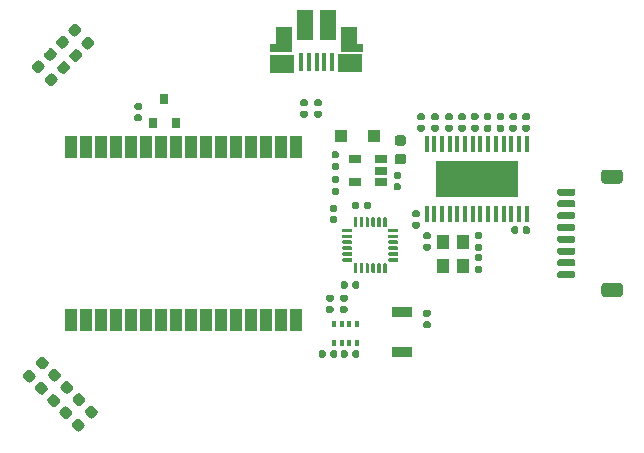
<source format=gtp>
%TF.GenerationSoftware,KiCad,Pcbnew,(5.1.6-0-10_14)*%
%TF.CreationDate,2021-11-15T11:18:40-05:00*%
%TF.ProjectId,Autodrone,4175746f-6472-46f6-9e65-2e6b69636164,rev?*%
%TF.SameCoordinates,Original*%
%TF.FileFunction,Paste,Top*%
%TF.FilePolarity,Positive*%
%FSLAX46Y46*%
G04 Gerber Fmt 4.6, Leading zero omitted, Abs format (unit mm)*
G04 Created by KiCad (PCBNEW (5.1.6-0-10_14)) date 2021-11-15 11:18:40*
%MOMM*%
%LPD*%
G01*
G04 APERTURE LIST*
%ADD10C,0.152400*%
%ADD11R,1.060000X0.650000*%
%ADD12R,1.100000X1.100000*%
%ADD13R,0.350000X0.500000*%
%ADD14R,1.070100X1.899920*%
%ADD15R,1.430000X2.500000*%
%ADD16R,0.400000X1.650000*%
%ADD17R,2.000000X1.500000*%
%ADD18R,1.825000X0.700000*%
%ADD19R,1.350000X2.000000*%
%ADD20R,6.908800X3.098800*%
%ADD21R,0.355600X1.358900*%
%ADD22R,1.100000X1.300000*%
%ADD23R,1.700000X0.900000*%
%ADD24R,0.800000X0.900000*%
G04 APERTURE END LIST*
D10*
%TO.C,U9*%
X111382640Y-85540600D02*
X111382640Y-86890000D01*
X112564400Y-85540600D02*
X111382640Y-85540600D01*
X112564400Y-86890000D02*
X112564400Y-85540600D01*
X111382640Y-86890000D02*
X112564400Y-86890000D01*
X110000880Y-85540600D02*
X110000880Y-86890000D01*
X111182640Y-85540600D02*
X110000880Y-85540600D01*
X111182640Y-86890000D02*
X111182640Y-85540600D01*
X110000880Y-86890000D02*
X111182640Y-86890000D01*
X108619120Y-85540600D02*
X108619120Y-86890000D01*
X109800880Y-85540600D02*
X108619120Y-85540600D01*
X109800880Y-86890000D02*
X109800880Y-85540600D01*
X108619120Y-86890000D02*
X109800880Y-86890000D01*
X107237360Y-85540600D02*
X107237360Y-86890000D01*
X108419120Y-85540600D02*
X107237360Y-85540600D01*
X108419120Y-86890000D02*
X108419120Y-85540600D01*
X107237360Y-86890000D02*
X108419120Y-86890000D01*
X105855600Y-85540600D02*
X105855600Y-86890000D01*
X107037360Y-85540600D02*
X105855600Y-85540600D01*
X107037360Y-86890000D02*
X107037360Y-85540600D01*
X105855600Y-86890000D02*
X107037360Y-86890000D01*
X111382640Y-87090000D02*
X111382640Y-88439400D01*
X112564400Y-87090000D02*
X111382640Y-87090000D01*
X112564400Y-88439400D02*
X112564400Y-87090000D01*
X111382640Y-88439400D02*
X112564400Y-88439400D01*
X110000880Y-87090000D02*
X110000880Y-88439400D01*
X111182640Y-87090000D02*
X110000880Y-87090000D01*
X111182640Y-88439400D02*
X111182640Y-87090000D01*
X110000880Y-88439400D02*
X111182640Y-88439400D01*
X108619120Y-87090000D02*
X108619120Y-88439400D01*
X109800880Y-87090000D02*
X108619120Y-87090000D01*
X109800880Y-88439400D02*
X109800880Y-87090000D01*
X108619120Y-88439400D02*
X109800880Y-88439400D01*
X107237360Y-87090000D02*
X107237360Y-88439400D01*
X108419120Y-87090000D02*
X107237360Y-87090000D01*
X108419120Y-88439400D02*
X108419120Y-87090000D01*
X107237360Y-88439400D02*
X108419120Y-88439400D01*
X105855600Y-87090000D02*
X105855600Y-88439400D01*
X107037360Y-87090000D02*
X105855600Y-87090000D01*
X107037360Y-88439400D02*
X107037360Y-87090000D01*
X105855600Y-88439400D02*
X107037360Y-88439400D01*
%TD*%
D11*
%TO.C,U4*%
X98910000Y-87230000D03*
X98910000Y-85330000D03*
X101110000Y-85330000D03*
X101110000Y-86280000D03*
X101110000Y-87230000D03*
%TD*%
%TO.C,U5*%
G36*
G01*
X101375000Y-94125000D02*
X101525000Y-94125000D01*
G75*
G02*
X101600000Y-94200000I0J-75000D01*
G01*
X101600000Y-94900000D01*
G75*
G02*
X101525000Y-94975000I-75000J0D01*
G01*
X101375000Y-94975000D01*
G75*
G02*
X101300000Y-94900000I0J75000D01*
G01*
X101300000Y-94200000D01*
G75*
G02*
X101375000Y-94125000I75000J0D01*
G01*
G37*
G36*
G01*
X100875000Y-94125000D02*
X101025000Y-94125000D01*
G75*
G02*
X101100000Y-94200000I0J-75000D01*
G01*
X101100000Y-94900000D01*
G75*
G02*
X101025000Y-94975000I-75000J0D01*
G01*
X100875000Y-94975000D01*
G75*
G02*
X100800000Y-94900000I0J75000D01*
G01*
X100800000Y-94200000D01*
G75*
G02*
X100875000Y-94125000I75000J0D01*
G01*
G37*
G36*
G01*
X100375000Y-94125000D02*
X100525000Y-94125000D01*
G75*
G02*
X100600000Y-94200000I0J-75000D01*
G01*
X100600000Y-94900000D01*
G75*
G02*
X100525000Y-94975000I-75000J0D01*
G01*
X100375000Y-94975000D01*
G75*
G02*
X100300000Y-94900000I0J75000D01*
G01*
X100300000Y-94200000D01*
G75*
G02*
X100375000Y-94125000I75000J0D01*
G01*
G37*
G36*
G01*
X99875000Y-94125000D02*
X100025000Y-94125000D01*
G75*
G02*
X100100000Y-94200000I0J-75000D01*
G01*
X100100000Y-94900000D01*
G75*
G02*
X100025000Y-94975000I-75000J0D01*
G01*
X99875000Y-94975000D01*
G75*
G02*
X99800000Y-94900000I0J75000D01*
G01*
X99800000Y-94200000D01*
G75*
G02*
X99875000Y-94125000I75000J0D01*
G01*
G37*
G36*
G01*
X99375000Y-94125000D02*
X99525000Y-94125000D01*
G75*
G02*
X99600000Y-94200000I0J-75000D01*
G01*
X99600000Y-94900000D01*
G75*
G02*
X99525000Y-94975000I-75000J0D01*
G01*
X99375000Y-94975000D01*
G75*
G02*
X99300000Y-94900000I0J75000D01*
G01*
X99300000Y-94200000D01*
G75*
G02*
X99375000Y-94125000I75000J0D01*
G01*
G37*
G36*
G01*
X98875000Y-94125000D02*
X99025000Y-94125000D01*
G75*
G02*
X99100000Y-94200000I0J-75000D01*
G01*
X99100000Y-94900000D01*
G75*
G02*
X99025000Y-94975000I-75000J0D01*
G01*
X98875000Y-94975000D01*
G75*
G02*
X98800000Y-94900000I0J75000D01*
G01*
X98800000Y-94200000D01*
G75*
G02*
X98875000Y-94125000I75000J0D01*
G01*
G37*
G36*
G01*
X98675000Y-93775000D02*
X98675000Y-93925000D01*
G75*
G02*
X98600000Y-94000000I-75000J0D01*
G01*
X97900000Y-94000000D01*
G75*
G02*
X97825000Y-93925000I0J75000D01*
G01*
X97825000Y-93775000D01*
G75*
G02*
X97900000Y-93700000I75000J0D01*
G01*
X98600000Y-93700000D01*
G75*
G02*
X98675000Y-93775000I0J-75000D01*
G01*
G37*
G36*
G01*
X98675000Y-93275000D02*
X98675000Y-93425000D01*
G75*
G02*
X98600000Y-93500000I-75000J0D01*
G01*
X97900000Y-93500000D01*
G75*
G02*
X97825000Y-93425000I0J75000D01*
G01*
X97825000Y-93275000D01*
G75*
G02*
X97900000Y-93200000I75000J0D01*
G01*
X98600000Y-93200000D01*
G75*
G02*
X98675000Y-93275000I0J-75000D01*
G01*
G37*
G36*
G01*
X98675000Y-92775000D02*
X98675000Y-92925000D01*
G75*
G02*
X98600000Y-93000000I-75000J0D01*
G01*
X97900000Y-93000000D01*
G75*
G02*
X97825000Y-92925000I0J75000D01*
G01*
X97825000Y-92775000D01*
G75*
G02*
X97900000Y-92700000I75000J0D01*
G01*
X98600000Y-92700000D01*
G75*
G02*
X98675000Y-92775000I0J-75000D01*
G01*
G37*
G36*
G01*
X98675000Y-92275000D02*
X98675000Y-92425000D01*
G75*
G02*
X98600000Y-92500000I-75000J0D01*
G01*
X97900000Y-92500000D01*
G75*
G02*
X97825000Y-92425000I0J75000D01*
G01*
X97825000Y-92275000D01*
G75*
G02*
X97900000Y-92200000I75000J0D01*
G01*
X98600000Y-92200000D01*
G75*
G02*
X98675000Y-92275000I0J-75000D01*
G01*
G37*
G36*
G01*
X98675000Y-91775000D02*
X98675000Y-91925000D01*
G75*
G02*
X98600000Y-92000000I-75000J0D01*
G01*
X97900000Y-92000000D01*
G75*
G02*
X97825000Y-91925000I0J75000D01*
G01*
X97825000Y-91775000D01*
G75*
G02*
X97900000Y-91700000I75000J0D01*
G01*
X98600000Y-91700000D01*
G75*
G02*
X98675000Y-91775000I0J-75000D01*
G01*
G37*
G36*
G01*
X98675000Y-91275000D02*
X98675000Y-91425000D01*
G75*
G02*
X98600000Y-91500000I-75000J0D01*
G01*
X97900000Y-91500000D01*
G75*
G02*
X97825000Y-91425000I0J75000D01*
G01*
X97825000Y-91275000D01*
G75*
G02*
X97900000Y-91200000I75000J0D01*
G01*
X98600000Y-91200000D01*
G75*
G02*
X98675000Y-91275000I0J-75000D01*
G01*
G37*
G36*
G01*
X98875000Y-90225000D02*
X99025000Y-90225000D01*
G75*
G02*
X99100000Y-90300000I0J-75000D01*
G01*
X99100000Y-91000000D01*
G75*
G02*
X99025000Y-91075000I-75000J0D01*
G01*
X98875000Y-91075000D01*
G75*
G02*
X98800000Y-91000000I0J75000D01*
G01*
X98800000Y-90300000D01*
G75*
G02*
X98875000Y-90225000I75000J0D01*
G01*
G37*
G36*
G01*
X99375000Y-90225000D02*
X99525000Y-90225000D01*
G75*
G02*
X99600000Y-90300000I0J-75000D01*
G01*
X99600000Y-91000000D01*
G75*
G02*
X99525000Y-91075000I-75000J0D01*
G01*
X99375000Y-91075000D01*
G75*
G02*
X99300000Y-91000000I0J75000D01*
G01*
X99300000Y-90300000D01*
G75*
G02*
X99375000Y-90225000I75000J0D01*
G01*
G37*
G36*
G01*
X99875000Y-90225000D02*
X100025000Y-90225000D01*
G75*
G02*
X100100000Y-90300000I0J-75000D01*
G01*
X100100000Y-91000000D01*
G75*
G02*
X100025000Y-91075000I-75000J0D01*
G01*
X99875000Y-91075000D01*
G75*
G02*
X99800000Y-91000000I0J75000D01*
G01*
X99800000Y-90300000D01*
G75*
G02*
X99875000Y-90225000I75000J0D01*
G01*
G37*
G36*
G01*
X100375000Y-90225000D02*
X100525000Y-90225000D01*
G75*
G02*
X100600000Y-90300000I0J-75000D01*
G01*
X100600000Y-91000000D01*
G75*
G02*
X100525000Y-91075000I-75000J0D01*
G01*
X100375000Y-91075000D01*
G75*
G02*
X100300000Y-91000000I0J75000D01*
G01*
X100300000Y-90300000D01*
G75*
G02*
X100375000Y-90225000I75000J0D01*
G01*
G37*
G36*
G01*
X100875000Y-90225000D02*
X101025000Y-90225000D01*
G75*
G02*
X101100000Y-90300000I0J-75000D01*
G01*
X101100000Y-91000000D01*
G75*
G02*
X101025000Y-91075000I-75000J0D01*
G01*
X100875000Y-91075000D01*
G75*
G02*
X100800000Y-91000000I0J75000D01*
G01*
X100800000Y-90300000D01*
G75*
G02*
X100875000Y-90225000I75000J0D01*
G01*
G37*
G36*
G01*
X101375000Y-90225000D02*
X101525000Y-90225000D01*
G75*
G02*
X101600000Y-90300000I0J-75000D01*
G01*
X101600000Y-91000000D01*
G75*
G02*
X101525000Y-91075000I-75000J0D01*
G01*
X101375000Y-91075000D01*
G75*
G02*
X101300000Y-91000000I0J75000D01*
G01*
X101300000Y-90300000D01*
G75*
G02*
X101375000Y-90225000I75000J0D01*
G01*
G37*
G36*
G01*
X102575000Y-91275000D02*
X102575000Y-91425000D01*
G75*
G02*
X102500000Y-91500000I-75000J0D01*
G01*
X101800000Y-91500000D01*
G75*
G02*
X101725000Y-91425000I0J75000D01*
G01*
X101725000Y-91275000D01*
G75*
G02*
X101800000Y-91200000I75000J0D01*
G01*
X102500000Y-91200000D01*
G75*
G02*
X102575000Y-91275000I0J-75000D01*
G01*
G37*
G36*
G01*
X102575000Y-91775000D02*
X102575000Y-91925000D01*
G75*
G02*
X102500000Y-92000000I-75000J0D01*
G01*
X101800000Y-92000000D01*
G75*
G02*
X101725000Y-91925000I0J75000D01*
G01*
X101725000Y-91775000D01*
G75*
G02*
X101800000Y-91700000I75000J0D01*
G01*
X102500000Y-91700000D01*
G75*
G02*
X102575000Y-91775000I0J-75000D01*
G01*
G37*
G36*
G01*
X102575000Y-92275000D02*
X102575000Y-92425000D01*
G75*
G02*
X102500000Y-92500000I-75000J0D01*
G01*
X101800000Y-92500000D01*
G75*
G02*
X101725000Y-92425000I0J75000D01*
G01*
X101725000Y-92275000D01*
G75*
G02*
X101800000Y-92200000I75000J0D01*
G01*
X102500000Y-92200000D01*
G75*
G02*
X102575000Y-92275000I0J-75000D01*
G01*
G37*
G36*
G01*
X102575000Y-92775000D02*
X102575000Y-92925000D01*
G75*
G02*
X102500000Y-93000000I-75000J0D01*
G01*
X101800000Y-93000000D01*
G75*
G02*
X101725000Y-92925000I0J75000D01*
G01*
X101725000Y-92775000D01*
G75*
G02*
X101800000Y-92700000I75000J0D01*
G01*
X102500000Y-92700000D01*
G75*
G02*
X102575000Y-92775000I0J-75000D01*
G01*
G37*
G36*
G01*
X102575000Y-93275000D02*
X102575000Y-93425000D01*
G75*
G02*
X102500000Y-93500000I-75000J0D01*
G01*
X101800000Y-93500000D01*
G75*
G02*
X101725000Y-93425000I0J75000D01*
G01*
X101725000Y-93275000D01*
G75*
G02*
X101800000Y-93200000I75000J0D01*
G01*
X102500000Y-93200000D01*
G75*
G02*
X102575000Y-93275000I0J-75000D01*
G01*
G37*
G36*
G01*
X102575000Y-93775000D02*
X102575000Y-93925000D01*
G75*
G02*
X102500000Y-94000000I-75000J0D01*
G01*
X101800000Y-94000000D01*
G75*
G02*
X101725000Y-93925000I0J75000D01*
G01*
X101725000Y-93775000D01*
G75*
G02*
X101800000Y-93700000I75000J0D01*
G01*
X102500000Y-93700000D01*
G75*
G02*
X102575000Y-93775000I0J-75000D01*
G01*
G37*
%TD*%
%TO.C,C19*%
G36*
G01*
X98285000Y-95800000D02*
X98285000Y-96140000D01*
G75*
G02*
X98140000Y-96285000I-145000J0D01*
G01*
X97850000Y-96285000D01*
G75*
G02*
X97705000Y-96140000I0J145000D01*
G01*
X97705000Y-95800000D01*
G75*
G02*
X97850000Y-95655000I145000J0D01*
G01*
X98140000Y-95655000D01*
G75*
G02*
X98285000Y-95800000I0J-145000D01*
G01*
G37*
G36*
G01*
X99255000Y-95800000D02*
X99255000Y-96140000D01*
G75*
G02*
X99110000Y-96285000I-145000J0D01*
G01*
X98820000Y-96285000D01*
G75*
G02*
X98675000Y-96140000I0J145000D01*
G01*
X98675000Y-95800000D01*
G75*
G02*
X98820000Y-95655000I145000J0D01*
G01*
X99110000Y-95655000D01*
G75*
G02*
X99255000Y-95800000I0J-145000D01*
G01*
G37*
%TD*%
%TO.C,C18*%
G36*
G01*
X97250000Y-89755000D02*
X96910000Y-89755000D01*
G75*
G02*
X96765000Y-89610000I0J145000D01*
G01*
X96765000Y-89320000D01*
G75*
G02*
X96910000Y-89175000I145000J0D01*
G01*
X97250000Y-89175000D01*
G75*
G02*
X97395000Y-89320000I0J-145000D01*
G01*
X97395000Y-89610000D01*
G75*
G02*
X97250000Y-89755000I-145000J0D01*
G01*
G37*
G36*
G01*
X97250000Y-90725000D02*
X96910000Y-90725000D01*
G75*
G02*
X96765000Y-90580000I0J145000D01*
G01*
X96765000Y-90290000D01*
G75*
G02*
X96910000Y-90145000I145000J0D01*
G01*
X97250000Y-90145000D01*
G75*
G02*
X97395000Y-90290000I0J-145000D01*
G01*
X97395000Y-90580000D01*
G75*
G02*
X97250000Y-90725000I-145000J0D01*
G01*
G37*
%TD*%
D12*
%TO.C,D4*%
X97710000Y-83390000D03*
X100510000Y-83390000D03*
%TD*%
%TO.C,J5*%
G36*
G01*
X121325400Y-87400000D02*
X120024600Y-87400000D01*
G75*
G02*
X119775000Y-87150400I0J249600D01*
G01*
X119775000Y-86449600D01*
G75*
G02*
X120024600Y-86200000I249600J0D01*
G01*
X121325400Y-86200000D01*
G75*
G02*
X121575000Y-86449600I0J-249600D01*
G01*
X121575000Y-87150400D01*
G75*
G02*
X121325400Y-87400000I-249600J0D01*
G01*
G37*
G36*
G01*
X121325400Y-97000000D02*
X120024600Y-97000000D01*
G75*
G02*
X119775000Y-96750400I0J249600D01*
G01*
X119775000Y-96049600D01*
G75*
G02*
X120024600Y-95800000I249600J0D01*
G01*
X121325400Y-95800000D01*
G75*
G02*
X121575000Y-96049600I0J-249600D01*
G01*
X121575000Y-96750400D01*
G75*
G02*
X121325400Y-97000000I-249600J0D01*
G01*
G37*
G36*
G01*
X117425000Y-88400000D02*
X116175000Y-88400000D01*
G75*
G02*
X116025000Y-88250000I0J150000D01*
G01*
X116025000Y-87950000D01*
G75*
G02*
X116175000Y-87800000I150000J0D01*
G01*
X117425000Y-87800000D01*
G75*
G02*
X117575000Y-87950000I0J-150000D01*
G01*
X117575000Y-88250000D01*
G75*
G02*
X117425000Y-88400000I-150000J0D01*
G01*
G37*
G36*
G01*
X117425000Y-89400000D02*
X116175000Y-89400000D01*
G75*
G02*
X116025000Y-89250000I0J150000D01*
G01*
X116025000Y-88950000D01*
G75*
G02*
X116175000Y-88800000I150000J0D01*
G01*
X117425000Y-88800000D01*
G75*
G02*
X117575000Y-88950000I0J-150000D01*
G01*
X117575000Y-89250000D01*
G75*
G02*
X117425000Y-89400000I-150000J0D01*
G01*
G37*
G36*
G01*
X117425000Y-90400000D02*
X116175000Y-90400000D01*
G75*
G02*
X116025000Y-90250000I0J150000D01*
G01*
X116025000Y-89950000D01*
G75*
G02*
X116175000Y-89800000I150000J0D01*
G01*
X117425000Y-89800000D01*
G75*
G02*
X117575000Y-89950000I0J-150000D01*
G01*
X117575000Y-90250000D01*
G75*
G02*
X117425000Y-90400000I-150000J0D01*
G01*
G37*
G36*
G01*
X117425000Y-91400000D02*
X116175000Y-91400000D01*
G75*
G02*
X116025000Y-91250000I0J150000D01*
G01*
X116025000Y-90950000D01*
G75*
G02*
X116175000Y-90800000I150000J0D01*
G01*
X117425000Y-90800000D01*
G75*
G02*
X117575000Y-90950000I0J-150000D01*
G01*
X117575000Y-91250000D01*
G75*
G02*
X117425000Y-91400000I-150000J0D01*
G01*
G37*
G36*
G01*
X117425000Y-92400000D02*
X116175000Y-92400000D01*
G75*
G02*
X116025000Y-92250000I0J150000D01*
G01*
X116025000Y-91950000D01*
G75*
G02*
X116175000Y-91800000I150000J0D01*
G01*
X117425000Y-91800000D01*
G75*
G02*
X117575000Y-91950000I0J-150000D01*
G01*
X117575000Y-92250000D01*
G75*
G02*
X117425000Y-92400000I-150000J0D01*
G01*
G37*
G36*
G01*
X117425000Y-93400000D02*
X116175000Y-93400000D01*
G75*
G02*
X116025000Y-93250000I0J150000D01*
G01*
X116025000Y-92950000D01*
G75*
G02*
X116175000Y-92800000I150000J0D01*
G01*
X117425000Y-92800000D01*
G75*
G02*
X117575000Y-92950000I0J-150000D01*
G01*
X117575000Y-93250000D01*
G75*
G02*
X117425000Y-93400000I-150000J0D01*
G01*
G37*
G36*
G01*
X117425000Y-94400000D02*
X116175000Y-94400000D01*
G75*
G02*
X116025000Y-94250000I0J150000D01*
G01*
X116025000Y-93950000D01*
G75*
G02*
X116175000Y-93800000I150000J0D01*
G01*
X117425000Y-93800000D01*
G75*
G02*
X117575000Y-93950000I0J-150000D01*
G01*
X117575000Y-94250000D01*
G75*
G02*
X117425000Y-94400000I-150000J0D01*
G01*
G37*
G36*
G01*
X117425000Y-95400000D02*
X116175000Y-95400000D01*
G75*
G02*
X116025000Y-95250000I0J150000D01*
G01*
X116025000Y-94950000D01*
G75*
G02*
X116175000Y-94800000I150000J0D01*
G01*
X117425000Y-94800000D01*
G75*
G02*
X117575000Y-94950000I0J-150000D01*
G01*
X117575000Y-95250000D01*
G75*
G02*
X117425000Y-95400000I-150000J0D01*
G01*
G37*
%TD*%
D13*
%TO.C,U6*%
X97125000Y-100840000D03*
X97775000Y-99240000D03*
X98425000Y-99240000D03*
X99075000Y-99240000D03*
X97775000Y-100840000D03*
X98425000Y-100840000D03*
X99075000Y-100840000D03*
X97125000Y-99240000D03*
%TD*%
%TO.C,FB2*%
G36*
G01*
X103006250Y-84170000D02*
X102493750Y-84170000D01*
G75*
G02*
X102275000Y-83951250I0J218750D01*
G01*
X102275000Y-83513750D01*
G75*
G02*
X102493750Y-83295000I218750J0D01*
G01*
X103006250Y-83295000D01*
G75*
G02*
X103225000Y-83513750I0J-218750D01*
G01*
X103225000Y-83951250D01*
G75*
G02*
X103006250Y-84170000I-218750J0D01*
G01*
G37*
G36*
G01*
X103006250Y-85745000D02*
X102493750Y-85745000D01*
G75*
G02*
X102275000Y-85526250I0J218750D01*
G01*
X102275000Y-85088750D01*
G75*
G02*
X102493750Y-84870000I218750J0D01*
G01*
X103006250Y-84870000D01*
G75*
G02*
X103225000Y-85088750I0J-218750D01*
G01*
X103225000Y-85526250D01*
G75*
G02*
X103006250Y-85745000I-218750J0D01*
G01*
G37*
%TD*%
%TO.C,D11*%
G36*
G01*
X72705180Y-78468009D02*
X73067572Y-78105616D01*
G75*
G02*
X73376932Y-78105616I154680J-154680D01*
G01*
X73686291Y-78414975D01*
G75*
G02*
X73686291Y-78724335I-154680J-154680D01*
G01*
X73323898Y-79086728D01*
G75*
G02*
X73014538Y-79086728I-154680J154680D01*
G01*
X72705179Y-78777369D01*
G75*
G02*
X72705179Y-78468009I154680J154680D01*
G01*
G37*
G36*
G01*
X71591486Y-77354315D02*
X71953878Y-76991922D01*
G75*
G02*
X72263238Y-76991922I154680J-154680D01*
G01*
X72572597Y-77301281D01*
G75*
G02*
X72572597Y-77610641I-154680J-154680D01*
G01*
X72210204Y-77973034D01*
G75*
G02*
X71900844Y-77973034I-154680J154680D01*
G01*
X71591485Y-77663675D01*
G75*
G02*
X71591485Y-77354315I154680J154680D01*
G01*
G37*
%TD*%
%TO.C,D9*%
G36*
G01*
X73737556Y-77435633D02*
X74099948Y-77073240D01*
G75*
G02*
X74409308Y-77073240I154680J-154680D01*
G01*
X74718667Y-77382599D01*
G75*
G02*
X74718667Y-77691959I-154680J-154680D01*
G01*
X74356274Y-78054352D01*
G75*
G02*
X74046914Y-78054352I-154680J154680D01*
G01*
X73737555Y-77744993D01*
G75*
G02*
X73737555Y-77435633I154680J154680D01*
G01*
G37*
G36*
G01*
X72623862Y-76321939D02*
X72986254Y-75959546D01*
G75*
G02*
X73295614Y-75959546I154680J-154680D01*
G01*
X73604973Y-76268905D01*
G75*
G02*
X73604973Y-76578265I-154680J-154680D01*
G01*
X73242580Y-76940658D01*
G75*
G02*
X72933220Y-76940658I-154680J154680D01*
G01*
X72623861Y-76631299D01*
G75*
G02*
X72623861Y-76321939I154680J154680D01*
G01*
G37*
%TD*%
%TO.C,D7*%
G36*
G01*
X74769932Y-76403257D02*
X75132324Y-76040864D01*
G75*
G02*
X75441684Y-76040864I154680J-154680D01*
G01*
X75751043Y-76350223D01*
G75*
G02*
X75751043Y-76659583I-154680J-154680D01*
G01*
X75388650Y-77021976D01*
G75*
G02*
X75079290Y-77021976I-154680J154680D01*
G01*
X74769931Y-76712617D01*
G75*
G02*
X74769931Y-76403257I154680J154680D01*
G01*
G37*
G36*
G01*
X73656238Y-75289563D02*
X74018630Y-74927170D01*
G75*
G02*
X74327990Y-74927170I154680J-154680D01*
G01*
X74637349Y-75236529D01*
G75*
G02*
X74637349Y-75545889I-154680J-154680D01*
G01*
X74274956Y-75908282D01*
G75*
G02*
X73965596Y-75908282I-154680J154680D01*
G01*
X73656237Y-75598923D01*
G75*
G02*
X73656237Y-75289563I154680J154680D01*
G01*
G37*
%TD*%
%TO.C,D5*%
G36*
G01*
X75802308Y-75370881D02*
X76164700Y-75008488D01*
G75*
G02*
X76474060Y-75008488I154680J-154680D01*
G01*
X76783419Y-75317847D01*
G75*
G02*
X76783419Y-75627207I-154680J-154680D01*
G01*
X76421026Y-75989600D01*
G75*
G02*
X76111666Y-75989600I-154680J154680D01*
G01*
X75802307Y-75680241D01*
G75*
G02*
X75802307Y-75370881I154680J154680D01*
G01*
G37*
G36*
G01*
X74688614Y-74257187D02*
X75051006Y-73894794D01*
G75*
G02*
X75360366Y-73894794I154680J-154680D01*
G01*
X75669725Y-74204153D01*
G75*
G02*
X75669725Y-74513513I-154680J-154680D01*
G01*
X75307332Y-74875906D01*
G75*
G02*
X74997972Y-74875906I-154680J154680D01*
G01*
X74688613Y-74566547D01*
G75*
G02*
X74688613Y-74257187I154680J154680D01*
G01*
G37*
%TD*%
D14*
%TO.C,U8*%
X84986000Y-98920030D03*
X83716000Y-98920030D03*
X82446000Y-98920030D03*
X81176000Y-98920030D03*
X79906000Y-98920030D03*
X78636000Y-98920030D03*
X74826000Y-84279970D03*
X76096000Y-84279970D03*
X77366000Y-84279970D03*
X77366000Y-98920030D03*
X78636000Y-84279970D03*
X79906000Y-84279970D03*
X81176000Y-84279970D03*
X82446000Y-84279970D03*
X83716000Y-84279970D03*
X84986000Y-84279970D03*
X86256000Y-84279970D03*
X87526000Y-84279970D03*
X88796000Y-84279970D03*
X90066000Y-84279970D03*
X76096000Y-98920030D03*
X91336000Y-84279970D03*
X92606000Y-84279970D03*
X93876000Y-84279970D03*
X93876000Y-98920030D03*
X92606000Y-98920030D03*
X91336000Y-98920030D03*
X90066000Y-98920030D03*
X88796000Y-98920030D03*
X87526000Y-98920030D03*
X86256000Y-98920030D03*
X74826000Y-98920030D03*
%TD*%
%TO.C,D6*%
G36*
G01*
X76461893Y-107213384D02*
X76099500Y-106850992D01*
G75*
G02*
X76099500Y-106541632I154680J154680D01*
G01*
X76408859Y-106232273D01*
G75*
G02*
X76718219Y-106232273I154680J-154680D01*
G01*
X77080612Y-106594666D01*
G75*
G02*
X77080612Y-106904026I-154680J-154680D01*
G01*
X76771253Y-107213385D01*
G75*
G02*
X76461893Y-107213385I-154680J154680D01*
G01*
G37*
G36*
G01*
X75348199Y-108327078D02*
X74985806Y-107964686D01*
G75*
G02*
X74985806Y-107655326I154680J154680D01*
G01*
X75295165Y-107345967D01*
G75*
G02*
X75604525Y-107345967I154680J-154680D01*
G01*
X75966918Y-107708360D01*
G75*
G02*
X75966918Y-108017720I-154680J-154680D01*
G01*
X75657559Y-108327079D01*
G75*
G02*
X75348199Y-108327079I-154680J154680D01*
G01*
G37*
%TD*%
D15*
%TO.C,J4*%
X94710000Y-73950000D03*
X96630000Y-73950000D03*
D16*
X94370000Y-77100000D03*
X95020000Y-77100000D03*
X95670000Y-77100000D03*
X96320000Y-77100000D03*
X96970000Y-77100000D03*
D17*
X92770000Y-77220000D03*
X98520000Y-77200000D03*
D18*
X92670000Y-75900000D03*
X98620000Y-75900000D03*
D19*
X98400000Y-75150000D03*
X92920000Y-75150000D03*
%TD*%
%TO.C,D13*%
G36*
G01*
X72304105Y-103055596D02*
X71941712Y-102693204D01*
G75*
G02*
X71941712Y-102383844I154680J154680D01*
G01*
X72251071Y-102074485D01*
G75*
G02*
X72560431Y-102074485I154680J-154680D01*
G01*
X72922824Y-102436878D01*
G75*
G02*
X72922824Y-102746238I-154680J-154680D01*
G01*
X72613465Y-103055597D01*
G75*
G02*
X72304105Y-103055597I-154680J154680D01*
G01*
G37*
G36*
G01*
X71190411Y-104169290D02*
X70828018Y-103806898D01*
G75*
G02*
X70828018Y-103497538I154680J154680D01*
G01*
X71137377Y-103188179D01*
G75*
G02*
X71446737Y-103188179I154680J-154680D01*
G01*
X71809130Y-103550572D01*
G75*
G02*
X71809130Y-103859932I-154680J-154680D01*
G01*
X71499771Y-104169291D01*
G75*
G02*
X71190411Y-104169291I-154680J154680D01*
G01*
G37*
%TD*%
%TO.C,R10*%
G36*
G01*
X96942500Y-97370000D02*
X96597500Y-97370000D01*
G75*
G02*
X96450000Y-97222500I0J147500D01*
G01*
X96450000Y-96927500D01*
G75*
G02*
X96597500Y-96780000I147500J0D01*
G01*
X96942500Y-96780000D01*
G75*
G02*
X97090000Y-96927500I0J-147500D01*
G01*
X97090000Y-97222500D01*
G75*
G02*
X96942500Y-97370000I-147500J0D01*
G01*
G37*
G36*
G01*
X96942500Y-98340000D02*
X96597500Y-98340000D01*
G75*
G02*
X96450000Y-98192500I0J147500D01*
G01*
X96450000Y-97897500D01*
G75*
G02*
X96597500Y-97750000I147500J0D01*
G01*
X96942500Y-97750000D01*
G75*
G02*
X97090000Y-97897500I0J-147500D01*
G01*
X97090000Y-98192500D01*
G75*
G02*
X96942500Y-98340000I-147500J0D01*
G01*
G37*
%TD*%
%TO.C,R9*%
G36*
G01*
X98132500Y-97370000D02*
X97787500Y-97370000D01*
G75*
G02*
X97640000Y-97222500I0J147500D01*
G01*
X97640000Y-96927500D01*
G75*
G02*
X97787500Y-96780000I147500J0D01*
G01*
X98132500Y-96780000D01*
G75*
G02*
X98280000Y-96927500I0J-147500D01*
G01*
X98280000Y-97222500D01*
G75*
G02*
X98132500Y-97370000I-147500J0D01*
G01*
G37*
G36*
G01*
X98132500Y-98340000D02*
X97787500Y-98340000D01*
G75*
G02*
X97640000Y-98192500I0J147500D01*
G01*
X97640000Y-97897500D01*
G75*
G02*
X97787500Y-97750000I147500J0D01*
G01*
X98132500Y-97750000D01*
G75*
G02*
X98280000Y-97897500I0J-147500D01*
G01*
X98280000Y-98192500D01*
G75*
G02*
X98132500Y-98340000I-147500J0D01*
G01*
G37*
%TD*%
%TO.C,C22*%
G36*
G01*
X98280000Y-101637500D02*
X98280000Y-101982500D01*
G75*
G02*
X98132500Y-102130000I-147500J0D01*
G01*
X97837500Y-102130000D01*
G75*
G02*
X97690000Y-101982500I0J147500D01*
G01*
X97690000Y-101637500D01*
G75*
G02*
X97837500Y-101490000I147500J0D01*
G01*
X98132500Y-101490000D01*
G75*
G02*
X98280000Y-101637500I0J-147500D01*
G01*
G37*
G36*
G01*
X99250000Y-101637500D02*
X99250000Y-101982500D01*
G75*
G02*
X99102500Y-102130000I-147500J0D01*
G01*
X98807500Y-102130000D01*
G75*
G02*
X98660000Y-101982500I0J147500D01*
G01*
X98660000Y-101637500D01*
G75*
G02*
X98807500Y-101490000I147500J0D01*
G01*
X99102500Y-101490000D01*
G75*
G02*
X99250000Y-101637500I0J-147500D01*
G01*
G37*
%TD*%
%TO.C,C21*%
G36*
G01*
X97390000Y-101637500D02*
X97390000Y-101982500D01*
G75*
G02*
X97242500Y-102130000I-147500J0D01*
G01*
X96947500Y-102130000D01*
G75*
G02*
X96800000Y-101982500I0J147500D01*
G01*
X96800000Y-101637500D01*
G75*
G02*
X96947500Y-101490000I147500J0D01*
G01*
X97242500Y-101490000D01*
G75*
G02*
X97390000Y-101637500I0J-147500D01*
G01*
G37*
G36*
G01*
X96420000Y-101637500D02*
X96420000Y-101982500D01*
G75*
G02*
X96272500Y-102130000I-147500J0D01*
G01*
X95977500Y-102130000D01*
G75*
G02*
X95830000Y-101982500I0J147500D01*
G01*
X95830000Y-101637500D01*
G75*
G02*
X95977500Y-101490000I147500J0D01*
G01*
X96272500Y-101490000D01*
G75*
G02*
X96420000Y-101637500I0J-147500D01*
G01*
G37*
%TD*%
%TO.C,D12*%
G36*
G01*
X73343552Y-104095043D02*
X72981159Y-103732651D01*
G75*
G02*
X72981159Y-103423291I154680J154680D01*
G01*
X73290518Y-103113932D01*
G75*
G02*
X73599878Y-103113932I154680J-154680D01*
G01*
X73962271Y-103476325D01*
G75*
G02*
X73962271Y-103785685I-154680J-154680D01*
G01*
X73652912Y-104095044D01*
G75*
G02*
X73343552Y-104095044I-154680J154680D01*
G01*
G37*
G36*
G01*
X72229858Y-105208737D02*
X71867465Y-104846345D01*
G75*
G02*
X71867465Y-104536985I154680J154680D01*
G01*
X72176824Y-104227626D01*
G75*
G02*
X72486184Y-104227626I154680J-154680D01*
G01*
X72848577Y-104590019D01*
G75*
G02*
X72848577Y-104899379I-154680J-154680D01*
G01*
X72539218Y-105208738D01*
G75*
G02*
X72229858Y-105208738I-154680J154680D01*
G01*
G37*
%TD*%
%TO.C,D10*%
G36*
G01*
X74382999Y-105134490D02*
X74020606Y-104772098D01*
G75*
G02*
X74020606Y-104462738I154680J154680D01*
G01*
X74329965Y-104153379D01*
G75*
G02*
X74639325Y-104153379I154680J-154680D01*
G01*
X75001718Y-104515772D01*
G75*
G02*
X75001718Y-104825132I-154680J-154680D01*
G01*
X74692359Y-105134491D01*
G75*
G02*
X74382999Y-105134491I-154680J154680D01*
G01*
G37*
G36*
G01*
X73269305Y-106248184D02*
X72906912Y-105885792D01*
G75*
G02*
X72906912Y-105576432I154680J154680D01*
G01*
X73216271Y-105267073D01*
G75*
G02*
X73525631Y-105267073I154680J-154680D01*
G01*
X73888024Y-105629466D01*
G75*
G02*
X73888024Y-105938826I-154680J-154680D01*
G01*
X73578665Y-106248185D01*
G75*
G02*
X73269305Y-106248185I-154680J154680D01*
G01*
G37*
%TD*%
%TO.C,D8*%
G36*
G01*
X75422446Y-106173937D02*
X75060053Y-105811545D01*
G75*
G02*
X75060053Y-105502185I154680J154680D01*
G01*
X75369412Y-105192826D01*
G75*
G02*
X75678772Y-105192826I154680J-154680D01*
G01*
X76041165Y-105555219D01*
G75*
G02*
X76041165Y-105864579I-154680J-154680D01*
G01*
X75731806Y-106173938D01*
G75*
G02*
X75422446Y-106173938I-154680J154680D01*
G01*
G37*
G36*
G01*
X74308752Y-107287631D02*
X73946359Y-106925239D01*
G75*
G02*
X73946359Y-106615879I154680J154680D01*
G01*
X74255718Y-106306520D01*
G75*
G02*
X74565078Y-106306520I154680J-154680D01*
G01*
X74927471Y-106668913D01*
G75*
G02*
X74927471Y-106978273I-154680J-154680D01*
G01*
X74618112Y-107287632D01*
G75*
G02*
X74308752Y-107287632I-154680J154680D01*
G01*
G37*
%TD*%
%TO.C,R22*%
G36*
G01*
X104827500Y-99050000D02*
X105172500Y-99050000D01*
G75*
G02*
X105320000Y-99197500I0J-147500D01*
G01*
X105320000Y-99492500D01*
G75*
G02*
X105172500Y-99640000I-147500J0D01*
G01*
X104827500Y-99640000D01*
G75*
G02*
X104680000Y-99492500I0J147500D01*
G01*
X104680000Y-99197500D01*
G75*
G02*
X104827500Y-99050000I147500J0D01*
G01*
G37*
G36*
G01*
X104827500Y-98080000D02*
X105172500Y-98080000D01*
G75*
G02*
X105320000Y-98227500I0J-147500D01*
G01*
X105320000Y-98522500D01*
G75*
G02*
X105172500Y-98670000I-147500J0D01*
G01*
X104827500Y-98670000D01*
G75*
G02*
X104680000Y-98522500I0J147500D01*
G01*
X104680000Y-98227500D01*
G75*
G02*
X104827500Y-98080000I147500J0D01*
G01*
G37*
%TD*%
%TO.C,C17*%
G36*
G01*
X97422500Y-87360000D02*
X97077500Y-87360000D01*
G75*
G02*
X96930000Y-87212500I0J147500D01*
G01*
X96930000Y-86917500D01*
G75*
G02*
X97077500Y-86770000I147500J0D01*
G01*
X97422500Y-86770000D01*
G75*
G02*
X97570000Y-86917500I0J-147500D01*
G01*
X97570000Y-87212500D01*
G75*
G02*
X97422500Y-87360000I-147500J0D01*
G01*
G37*
G36*
G01*
X97422500Y-88330000D02*
X97077500Y-88330000D01*
G75*
G02*
X96930000Y-88182500I0J147500D01*
G01*
X96930000Y-87887500D01*
G75*
G02*
X97077500Y-87740000I147500J0D01*
G01*
X97422500Y-87740000D01*
G75*
G02*
X97570000Y-87887500I0J-147500D01*
G01*
X97570000Y-88182500D01*
G75*
G02*
X97422500Y-88330000I-147500J0D01*
G01*
G37*
%TD*%
%TO.C,C15*%
G36*
G01*
X102317500Y-87370000D02*
X102662500Y-87370000D01*
G75*
G02*
X102810000Y-87517500I0J-147500D01*
G01*
X102810000Y-87812500D01*
G75*
G02*
X102662500Y-87960000I-147500J0D01*
G01*
X102317500Y-87960000D01*
G75*
G02*
X102170000Y-87812500I0J147500D01*
G01*
X102170000Y-87517500D01*
G75*
G02*
X102317500Y-87370000I147500J0D01*
G01*
G37*
G36*
G01*
X102317500Y-86400000D02*
X102662500Y-86400000D01*
G75*
G02*
X102810000Y-86547500I0J-147500D01*
G01*
X102810000Y-86842500D01*
G75*
G02*
X102662500Y-86990000I-147500J0D01*
G01*
X102317500Y-86990000D01*
G75*
G02*
X102170000Y-86842500I0J147500D01*
G01*
X102170000Y-86547500D01*
G75*
G02*
X102317500Y-86400000I147500J0D01*
G01*
G37*
%TD*%
D20*
%TO.C,U9*%
X109210000Y-86990000D03*
D21*
X104985000Y-84062650D03*
X105635001Y-84062650D03*
X106285000Y-84062650D03*
X106935001Y-84062650D03*
X107584999Y-84062650D03*
X108235001Y-84062650D03*
X108884999Y-84062650D03*
X109535001Y-84062650D03*
X110184999Y-84062650D03*
X110835001Y-84062650D03*
X111484999Y-84062650D03*
X112135000Y-84062650D03*
X112784999Y-84062650D03*
X113435000Y-84062650D03*
X113434998Y-89917350D03*
X112784999Y-89917350D03*
X112134998Y-89917350D03*
X111484999Y-89917350D03*
X110834998Y-89917350D03*
X110184999Y-89917350D03*
X109534998Y-89917350D03*
X108884999Y-89917350D03*
X108235001Y-89917350D03*
X107584999Y-89917350D03*
X106935001Y-89917350D03*
X106285000Y-89917350D03*
X105635001Y-89917350D03*
X104985000Y-89917350D03*
%TD*%
D22*
%TO.C,Y1*%
X108015000Y-92300000D03*
X108015000Y-94400000D03*
X106365000Y-94400000D03*
X106365000Y-92300000D03*
%TD*%
D23*
%TO.C,SW1*%
X102880000Y-98230000D03*
X102880000Y-101630000D03*
%TD*%
%TO.C,R19*%
G36*
G01*
X109187500Y-92470000D02*
X109532500Y-92470000D01*
G75*
G02*
X109680000Y-92617500I0J-147500D01*
G01*
X109680000Y-92912500D01*
G75*
G02*
X109532500Y-93060000I-147500J0D01*
G01*
X109187500Y-93060000D01*
G75*
G02*
X109040000Y-92912500I0J147500D01*
G01*
X109040000Y-92617500D01*
G75*
G02*
X109187500Y-92470000I147500J0D01*
G01*
G37*
G36*
G01*
X109187500Y-91500000D02*
X109532500Y-91500000D01*
G75*
G02*
X109680000Y-91647500I0J-147500D01*
G01*
X109680000Y-91942500D01*
G75*
G02*
X109532500Y-92090000I-147500J0D01*
G01*
X109187500Y-92090000D01*
G75*
G02*
X109040000Y-91942500I0J147500D01*
G01*
X109040000Y-91647500D01*
G75*
G02*
X109187500Y-91500000I147500J0D01*
G01*
G37*
%TD*%
%TO.C,R18*%
G36*
G01*
X110312500Y-82010000D02*
X109967500Y-82010000D01*
G75*
G02*
X109820000Y-81862500I0J147500D01*
G01*
X109820000Y-81567500D01*
G75*
G02*
X109967500Y-81420000I147500J0D01*
G01*
X110312500Y-81420000D01*
G75*
G02*
X110460000Y-81567500I0J-147500D01*
G01*
X110460000Y-81862500D01*
G75*
G02*
X110312500Y-82010000I-147500J0D01*
G01*
G37*
G36*
G01*
X110312500Y-82980000D02*
X109967500Y-82980000D01*
G75*
G02*
X109820000Y-82832500I0J147500D01*
G01*
X109820000Y-82537500D01*
G75*
G02*
X109967500Y-82390000I147500J0D01*
G01*
X110312500Y-82390000D01*
G75*
G02*
X110460000Y-82537500I0J-147500D01*
G01*
X110460000Y-82832500D01*
G75*
G02*
X110312500Y-82980000I-147500J0D01*
G01*
G37*
%TD*%
%TO.C,R17*%
G36*
G01*
X104662500Y-82010000D02*
X104317500Y-82010000D01*
G75*
G02*
X104170000Y-81862500I0J147500D01*
G01*
X104170000Y-81567500D01*
G75*
G02*
X104317500Y-81420000I147500J0D01*
G01*
X104662500Y-81420000D01*
G75*
G02*
X104810000Y-81567500I0J-147500D01*
G01*
X104810000Y-81862500D01*
G75*
G02*
X104662500Y-82010000I-147500J0D01*
G01*
G37*
G36*
G01*
X104662500Y-82980000D02*
X104317500Y-82980000D01*
G75*
G02*
X104170000Y-82832500I0J147500D01*
G01*
X104170000Y-82537500D01*
G75*
G02*
X104317500Y-82390000I147500J0D01*
G01*
X104662500Y-82390000D01*
G75*
G02*
X104810000Y-82537500I0J-147500D01*
G01*
X104810000Y-82832500D01*
G75*
G02*
X104662500Y-82980000I-147500J0D01*
G01*
G37*
%TD*%
%TO.C,R16*%
G36*
G01*
X112745000Y-91147500D02*
X112745000Y-91492500D01*
G75*
G02*
X112597500Y-91640000I-147500J0D01*
G01*
X112302500Y-91640000D01*
G75*
G02*
X112155000Y-91492500I0J147500D01*
G01*
X112155000Y-91147500D01*
G75*
G02*
X112302500Y-91000000I147500J0D01*
G01*
X112597500Y-91000000D01*
G75*
G02*
X112745000Y-91147500I0J-147500D01*
G01*
G37*
G36*
G01*
X113715000Y-91147500D02*
X113715000Y-91492500D01*
G75*
G02*
X113567500Y-91640000I-147500J0D01*
G01*
X113272500Y-91640000D01*
G75*
G02*
X113125000Y-91492500I0J147500D01*
G01*
X113125000Y-91147500D01*
G75*
G02*
X113272500Y-91000000I147500J0D01*
G01*
X113567500Y-91000000D01*
G75*
G02*
X113715000Y-91147500I0J-147500D01*
G01*
G37*
%TD*%
%TO.C,R15*%
G36*
G01*
X113227500Y-82390000D02*
X113572500Y-82390000D01*
G75*
G02*
X113720000Y-82537500I0J-147500D01*
G01*
X113720000Y-82832500D01*
G75*
G02*
X113572500Y-82980000I-147500J0D01*
G01*
X113227500Y-82980000D01*
G75*
G02*
X113080000Y-82832500I0J147500D01*
G01*
X113080000Y-82537500D01*
G75*
G02*
X113227500Y-82390000I147500J0D01*
G01*
G37*
G36*
G01*
X113227500Y-81420000D02*
X113572500Y-81420000D01*
G75*
G02*
X113720000Y-81567500I0J-147500D01*
G01*
X113720000Y-81862500D01*
G75*
G02*
X113572500Y-82010000I-147500J0D01*
G01*
X113227500Y-82010000D01*
G75*
G02*
X113080000Y-81862500I0J147500D01*
G01*
X113080000Y-81567500D01*
G75*
G02*
X113227500Y-81420000I147500J0D01*
G01*
G37*
%TD*%
%TO.C,R14*%
G36*
G01*
X112137500Y-82390000D02*
X112482500Y-82390000D01*
G75*
G02*
X112630000Y-82537500I0J-147500D01*
G01*
X112630000Y-82832500D01*
G75*
G02*
X112482500Y-82980000I-147500J0D01*
G01*
X112137500Y-82980000D01*
G75*
G02*
X111990000Y-82832500I0J147500D01*
G01*
X111990000Y-82537500D01*
G75*
G02*
X112137500Y-82390000I147500J0D01*
G01*
G37*
G36*
G01*
X112137500Y-81420000D02*
X112482500Y-81420000D01*
G75*
G02*
X112630000Y-81567500I0J-147500D01*
G01*
X112630000Y-81862500D01*
G75*
G02*
X112482500Y-82010000I-147500J0D01*
G01*
X112137500Y-82010000D01*
G75*
G02*
X111990000Y-81862500I0J147500D01*
G01*
X111990000Y-81567500D01*
G75*
G02*
X112137500Y-81420000I147500J0D01*
G01*
G37*
%TD*%
%TO.C,R30*%
G36*
G01*
X94417500Y-81210000D02*
X94762500Y-81210000D01*
G75*
G02*
X94910000Y-81357500I0J-147500D01*
G01*
X94910000Y-81652500D01*
G75*
G02*
X94762500Y-81800000I-147500J0D01*
G01*
X94417500Y-81800000D01*
G75*
G02*
X94270000Y-81652500I0J147500D01*
G01*
X94270000Y-81357500D01*
G75*
G02*
X94417500Y-81210000I147500J0D01*
G01*
G37*
G36*
G01*
X94417500Y-80240000D02*
X94762500Y-80240000D01*
G75*
G02*
X94910000Y-80387500I0J-147500D01*
G01*
X94910000Y-80682500D01*
G75*
G02*
X94762500Y-80830000I-147500J0D01*
G01*
X94417500Y-80830000D01*
G75*
G02*
X94270000Y-80682500I0J147500D01*
G01*
X94270000Y-80387500D01*
G75*
G02*
X94417500Y-80240000I147500J0D01*
G01*
G37*
%TD*%
%TO.C,R29*%
G36*
G01*
X95597500Y-81210000D02*
X95942500Y-81210000D01*
G75*
G02*
X96090000Y-81357500I0J-147500D01*
G01*
X96090000Y-81652500D01*
G75*
G02*
X95942500Y-81800000I-147500J0D01*
G01*
X95597500Y-81800000D01*
G75*
G02*
X95450000Y-81652500I0J147500D01*
G01*
X95450000Y-81357500D01*
G75*
G02*
X95597500Y-81210000I147500J0D01*
G01*
G37*
G36*
G01*
X95597500Y-80240000D02*
X95942500Y-80240000D01*
G75*
G02*
X96090000Y-80387500I0J-147500D01*
G01*
X96090000Y-80682500D01*
G75*
G02*
X95942500Y-80830000I-147500J0D01*
G01*
X95597500Y-80830000D01*
G75*
G02*
X95450000Y-80682500I0J147500D01*
G01*
X95450000Y-80387500D01*
G75*
G02*
X95597500Y-80240000I147500J0D01*
G01*
G37*
%TD*%
%TO.C,R26*%
G36*
G01*
X80712500Y-81150000D02*
X80367500Y-81150000D01*
G75*
G02*
X80220000Y-81002500I0J147500D01*
G01*
X80220000Y-80707500D01*
G75*
G02*
X80367500Y-80560000I147500J0D01*
G01*
X80712500Y-80560000D01*
G75*
G02*
X80860000Y-80707500I0J-147500D01*
G01*
X80860000Y-81002500D01*
G75*
G02*
X80712500Y-81150000I-147500J0D01*
G01*
G37*
G36*
G01*
X80712500Y-82120000D02*
X80367500Y-82120000D01*
G75*
G02*
X80220000Y-81972500I0J147500D01*
G01*
X80220000Y-81677500D01*
G75*
G02*
X80367500Y-81530000I147500J0D01*
G01*
X80712500Y-81530000D01*
G75*
G02*
X80860000Y-81677500I0J-147500D01*
G01*
X80860000Y-81972500D01*
G75*
G02*
X80712500Y-82120000I-147500J0D01*
G01*
G37*
%TD*%
D24*
%TO.C,Q1*%
X82770000Y-80240000D03*
X83720000Y-82240000D03*
X81820000Y-82240000D03*
%TD*%
%TO.C,C20*%
G36*
G01*
X99280000Y-89057500D02*
X99280000Y-89402500D01*
G75*
G02*
X99132500Y-89550000I-147500J0D01*
G01*
X98837500Y-89550000D01*
G75*
G02*
X98690000Y-89402500I0J147500D01*
G01*
X98690000Y-89057500D01*
G75*
G02*
X98837500Y-88910000I147500J0D01*
G01*
X99132500Y-88910000D01*
G75*
G02*
X99280000Y-89057500I0J-147500D01*
G01*
G37*
G36*
G01*
X100250000Y-89057500D02*
X100250000Y-89402500D01*
G75*
G02*
X100102500Y-89550000I-147500J0D01*
G01*
X99807500Y-89550000D01*
G75*
G02*
X99660000Y-89402500I0J147500D01*
G01*
X99660000Y-89057500D01*
G75*
G02*
X99807500Y-88910000I147500J0D01*
G01*
X100102500Y-88910000D01*
G75*
G02*
X100250000Y-89057500I0J-147500D01*
G01*
G37*
%TD*%
%TO.C,C36*%
G36*
G01*
X109532500Y-93950000D02*
X109187500Y-93950000D01*
G75*
G02*
X109040000Y-93802500I0J147500D01*
G01*
X109040000Y-93507500D01*
G75*
G02*
X109187500Y-93360000I147500J0D01*
G01*
X109532500Y-93360000D01*
G75*
G02*
X109680000Y-93507500I0J-147500D01*
G01*
X109680000Y-93802500D01*
G75*
G02*
X109532500Y-93950000I-147500J0D01*
G01*
G37*
G36*
G01*
X109532500Y-94920000D02*
X109187500Y-94920000D01*
G75*
G02*
X109040000Y-94772500I0J147500D01*
G01*
X109040000Y-94477500D01*
G75*
G02*
X109187500Y-94330000I147500J0D01*
G01*
X109532500Y-94330000D01*
G75*
G02*
X109680000Y-94477500I0J-147500D01*
G01*
X109680000Y-94772500D01*
G75*
G02*
X109532500Y-94920000I-147500J0D01*
G01*
G37*
%TD*%
%TO.C,C35*%
G36*
G01*
X105192500Y-92090000D02*
X104847500Y-92090000D01*
G75*
G02*
X104700000Y-91942500I0J147500D01*
G01*
X104700000Y-91647500D01*
G75*
G02*
X104847500Y-91500000I147500J0D01*
G01*
X105192500Y-91500000D01*
G75*
G02*
X105340000Y-91647500I0J-147500D01*
G01*
X105340000Y-91942500D01*
G75*
G02*
X105192500Y-92090000I-147500J0D01*
G01*
G37*
G36*
G01*
X105192500Y-93060000D02*
X104847500Y-93060000D01*
G75*
G02*
X104700000Y-92912500I0J147500D01*
G01*
X104700000Y-92617500D01*
G75*
G02*
X104847500Y-92470000I147500J0D01*
G01*
X105192500Y-92470000D01*
G75*
G02*
X105340000Y-92617500I0J-147500D01*
G01*
X105340000Y-92912500D01*
G75*
G02*
X105192500Y-93060000I-147500J0D01*
G01*
G37*
%TD*%
%TO.C,C34*%
G36*
G01*
X111392500Y-82010000D02*
X111047500Y-82010000D01*
G75*
G02*
X110900000Y-81862500I0J147500D01*
G01*
X110900000Y-81567500D01*
G75*
G02*
X111047500Y-81420000I147500J0D01*
G01*
X111392500Y-81420000D01*
G75*
G02*
X111540000Y-81567500I0J-147500D01*
G01*
X111540000Y-81862500D01*
G75*
G02*
X111392500Y-82010000I-147500J0D01*
G01*
G37*
G36*
G01*
X111392500Y-82980000D02*
X111047500Y-82980000D01*
G75*
G02*
X110900000Y-82832500I0J147500D01*
G01*
X110900000Y-82537500D01*
G75*
G02*
X111047500Y-82390000I147500J0D01*
G01*
X111392500Y-82390000D01*
G75*
G02*
X111540000Y-82537500I0J-147500D01*
G01*
X111540000Y-82832500D01*
G75*
G02*
X111392500Y-82980000I-147500J0D01*
G01*
G37*
%TD*%
%TO.C,C33*%
G36*
G01*
X108132500Y-82010000D02*
X107787500Y-82010000D01*
G75*
G02*
X107640000Y-81862500I0J147500D01*
G01*
X107640000Y-81567500D01*
G75*
G02*
X107787500Y-81420000I147500J0D01*
G01*
X108132500Y-81420000D01*
G75*
G02*
X108280000Y-81567500I0J-147500D01*
G01*
X108280000Y-81862500D01*
G75*
G02*
X108132500Y-82010000I-147500J0D01*
G01*
G37*
G36*
G01*
X108132500Y-82980000D02*
X107787500Y-82980000D01*
G75*
G02*
X107640000Y-82832500I0J147500D01*
G01*
X107640000Y-82537500D01*
G75*
G02*
X107787500Y-82390000I147500J0D01*
G01*
X108132500Y-82390000D01*
G75*
G02*
X108280000Y-82537500I0J-147500D01*
G01*
X108280000Y-82832500D01*
G75*
G02*
X108132500Y-82980000I-147500J0D01*
G01*
G37*
%TD*%
%TO.C,C32*%
G36*
G01*
X104252500Y-90230000D02*
X103907500Y-90230000D01*
G75*
G02*
X103760000Y-90082500I0J147500D01*
G01*
X103760000Y-89787500D01*
G75*
G02*
X103907500Y-89640000I147500J0D01*
G01*
X104252500Y-89640000D01*
G75*
G02*
X104400000Y-89787500I0J-147500D01*
G01*
X104400000Y-90082500D01*
G75*
G02*
X104252500Y-90230000I-147500J0D01*
G01*
G37*
G36*
G01*
X104252500Y-91200000D02*
X103907500Y-91200000D01*
G75*
G02*
X103760000Y-91052500I0J147500D01*
G01*
X103760000Y-90757500D01*
G75*
G02*
X103907500Y-90610000I147500J0D01*
G01*
X104252500Y-90610000D01*
G75*
G02*
X104400000Y-90757500I0J-147500D01*
G01*
X104400000Y-91052500D01*
G75*
G02*
X104252500Y-91200000I-147500J0D01*
G01*
G37*
%TD*%
%TO.C,C31*%
G36*
G01*
X108877500Y-82390000D02*
X109222500Y-82390000D01*
G75*
G02*
X109370000Y-82537500I0J-147500D01*
G01*
X109370000Y-82832500D01*
G75*
G02*
X109222500Y-82980000I-147500J0D01*
G01*
X108877500Y-82980000D01*
G75*
G02*
X108730000Y-82832500I0J147500D01*
G01*
X108730000Y-82537500D01*
G75*
G02*
X108877500Y-82390000I147500J0D01*
G01*
G37*
G36*
G01*
X108877500Y-81420000D02*
X109222500Y-81420000D01*
G75*
G02*
X109370000Y-81567500I0J-147500D01*
G01*
X109370000Y-81862500D01*
G75*
G02*
X109222500Y-82010000I-147500J0D01*
G01*
X108877500Y-82010000D01*
G75*
G02*
X108730000Y-81862500I0J147500D01*
G01*
X108730000Y-81567500D01*
G75*
G02*
X108877500Y-81420000I147500J0D01*
G01*
G37*
%TD*%
%TO.C,C30*%
G36*
G01*
X106697500Y-82390000D02*
X107042500Y-82390000D01*
G75*
G02*
X107190000Y-82537500I0J-147500D01*
G01*
X107190000Y-82832500D01*
G75*
G02*
X107042500Y-82980000I-147500J0D01*
G01*
X106697500Y-82980000D01*
G75*
G02*
X106550000Y-82832500I0J147500D01*
G01*
X106550000Y-82537500D01*
G75*
G02*
X106697500Y-82390000I147500J0D01*
G01*
G37*
G36*
G01*
X106697500Y-81420000D02*
X107042500Y-81420000D01*
G75*
G02*
X107190000Y-81567500I0J-147500D01*
G01*
X107190000Y-81862500D01*
G75*
G02*
X107042500Y-82010000I-147500J0D01*
G01*
X106697500Y-82010000D01*
G75*
G02*
X106550000Y-81862500I0J147500D01*
G01*
X106550000Y-81567500D01*
G75*
G02*
X106697500Y-81420000I147500J0D01*
G01*
G37*
%TD*%
%TO.C,C29*%
G36*
G01*
X105507500Y-82390000D02*
X105852500Y-82390000D01*
G75*
G02*
X106000000Y-82537500I0J-147500D01*
G01*
X106000000Y-82832500D01*
G75*
G02*
X105852500Y-82980000I-147500J0D01*
G01*
X105507500Y-82980000D01*
G75*
G02*
X105360000Y-82832500I0J147500D01*
G01*
X105360000Y-82537500D01*
G75*
G02*
X105507500Y-82390000I147500J0D01*
G01*
G37*
G36*
G01*
X105507500Y-81420000D02*
X105852500Y-81420000D01*
G75*
G02*
X106000000Y-81567500I0J-147500D01*
G01*
X106000000Y-81862500D01*
G75*
G02*
X105852500Y-82010000I-147500J0D01*
G01*
X105507500Y-82010000D01*
G75*
G02*
X105360000Y-81862500I0J147500D01*
G01*
X105360000Y-81567500D01*
G75*
G02*
X105507500Y-81420000I147500J0D01*
G01*
G37*
%TD*%
%TO.C,C16*%
G36*
G01*
X97077500Y-85630000D02*
X97422500Y-85630000D01*
G75*
G02*
X97570000Y-85777500I0J-147500D01*
G01*
X97570000Y-86072500D01*
G75*
G02*
X97422500Y-86220000I-147500J0D01*
G01*
X97077500Y-86220000D01*
G75*
G02*
X96930000Y-86072500I0J147500D01*
G01*
X96930000Y-85777500D01*
G75*
G02*
X97077500Y-85630000I147500J0D01*
G01*
G37*
G36*
G01*
X97077500Y-84660000D02*
X97422500Y-84660000D01*
G75*
G02*
X97570000Y-84807500I0J-147500D01*
G01*
X97570000Y-85102500D01*
G75*
G02*
X97422500Y-85250000I-147500J0D01*
G01*
X97077500Y-85250000D01*
G75*
G02*
X96930000Y-85102500I0J147500D01*
G01*
X96930000Y-84807500D01*
G75*
G02*
X97077500Y-84660000I147500J0D01*
G01*
G37*
%TD*%
M02*

</source>
